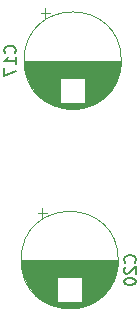
<source format=gbo>
G04 #@! TF.GenerationSoftware,KiCad,Pcbnew,8.0.8*
G04 #@! TF.CreationDate,2025-03-31T15:28:11-05:00*
G04 #@! TF.ProjectId,Group_29_Handheld,47726f75-705f-4323-995f-48616e646865,rev?*
G04 #@! TF.SameCoordinates,Original*
G04 #@! TF.FileFunction,Legend,Bot*
G04 #@! TF.FilePolarity,Positive*
%FSLAX46Y46*%
G04 Gerber Fmt 4.6, Leading zero omitted, Abs format (unit mm)*
G04 Created by KiCad (PCBNEW 8.0.8) date 2025-03-31 15:28:11*
%MOMM*%
%LPD*%
G01*
G04 APERTURE LIST*
%ADD10C,0.150000*%
%ADD11C,0.120000*%
G04 APERTURE END LIST*
D10*
X112564080Y-63993991D02*
X112611700Y-63946372D01*
X112611700Y-63946372D02*
X112659319Y-63803515D01*
X112659319Y-63803515D02*
X112659319Y-63708277D01*
X112659319Y-63708277D02*
X112611700Y-63565420D01*
X112611700Y-63565420D02*
X112516461Y-63470182D01*
X112516461Y-63470182D02*
X112421223Y-63422563D01*
X112421223Y-63422563D02*
X112230747Y-63374944D01*
X112230747Y-63374944D02*
X112087890Y-63374944D01*
X112087890Y-63374944D02*
X111897414Y-63422563D01*
X111897414Y-63422563D02*
X111802176Y-63470182D01*
X111802176Y-63470182D02*
X111706938Y-63565420D01*
X111706938Y-63565420D02*
X111659319Y-63708277D01*
X111659319Y-63708277D02*
X111659319Y-63803515D01*
X111659319Y-63803515D02*
X111706938Y-63946372D01*
X111706938Y-63946372D02*
X111754557Y-63993991D01*
X111754557Y-64374944D02*
X111706938Y-64422563D01*
X111706938Y-64422563D02*
X111659319Y-64517801D01*
X111659319Y-64517801D02*
X111659319Y-64755896D01*
X111659319Y-64755896D02*
X111706938Y-64851134D01*
X111706938Y-64851134D02*
X111754557Y-64898753D01*
X111754557Y-64898753D02*
X111849795Y-64946372D01*
X111849795Y-64946372D02*
X111945033Y-64946372D01*
X111945033Y-64946372D02*
X112087890Y-64898753D01*
X112087890Y-64898753D02*
X112659319Y-64327325D01*
X112659319Y-64327325D02*
X112659319Y-64946372D01*
X111659319Y-65565420D02*
X111659319Y-65660658D01*
X111659319Y-65660658D02*
X111706938Y-65755896D01*
X111706938Y-65755896D02*
X111754557Y-65803515D01*
X111754557Y-65803515D02*
X111849795Y-65851134D01*
X111849795Y-65851134D02*
X112040271Y-65898753D01*
X112040271Y-65898753D02*
X112278366Y-65898753D01*
X112278366Y-65898753D02*
X112468842Y-65851134D01*
X112468842Y-65851134D02*
X112564080Y-65803515D01*
X112564080Y-65803515D02*
X112611700Y-65755896D01*
X112611700Y-65755896D02*
X112659319Y-65660658D01*
X112659319Y-65660658D02*
X112659319Y-65565420D01*
X112659319Y-65565420D02*
X112611700Y-65470182D01*
X112611700Y-65470182D02*
X112564080Y-65422563D01*
X112564080Y-65422563D02*
X112468842Y-65374944D01*
X112468842Y-65374944D02*
X112278366Y-65327325D01*
X112278366Y-65327325D02*
X112040271Y-65327325D01*
X112040271Y-65327325D02*
X111849795Y-65374944D01*
X111849795Y-65374944D02*
X111754557Y-65422563D01*
X111754557Y-65422563D02*
X111706938Y-65470182D01*
X111706938Y-65470182D02*
X111659319Y-65565420D01*
X102424580Y-46253991D02*
X102472200Y-46206372D01*
X102472200Y-46206372D02*
X102519819Y-46063515D01*
X102519819Y-46063515D02*
X102519819Y-45968277D01*
X102519819Y-45968277D02*
X102472200Y-45825420D01*
X102472200Y-45825420D02*
X102376961Y-45730182D01*
X102376961Y-45730182D02*
X102281723Y-45682563D01*
X102281723Y-45682563D02*
X102091247Y-45634944D01*
X102091247Y-45634944D02*
X101948390Y-45634944D01*
X101948390Y-45634944D02*
X101757914Y-45682563D01*
X101757914Y-45682563D02*
X101662676Y-45730182D01*
X101662676Y-45730182D02*
X101567438Y-45825420D01*
X101567438Y-45825420D02*
X101519819Y-45968277D01*
X101519819Y-45968277D02*
X101519819Y-46063515D01*
X101519819Y-46063515D02*
X101567438Y-46206372D01*
X101567438Y-46206372D02*
X101615057Y-46253991D01*
X102519819Y-47206372D02*
X102519819Y-46634944D01*
X102519819Y-46920658D02*
X101519819Y-46920658D01*
X101519819Y-46920658D02*
X101662676Y-46825420D01*
X101662676Y-46825420D02*
X101757914Y-46730182D01*
X101757914Y-46730182D02*
X101805533Y-46634944D01*
X101519819Y-47539706D02*
X101519819Y-48206372D01*
X101519819Y-48206372D02*
X102519819Y-47777801D01*
D11*
X104746000Y-60178151D02*
X104746000Y-59378151D01*
X105146000Y-59778151D02*
X104346000Y-59778151D01*
X106021000Y-65268849D02*
X103256000Y-65268849D01*
X106021000Y-65308849D02*
X103271000Y-65308849D01*
X106021000Y-65348849D02*
X103287000Y-65348849D01*
X106021000Y-65388849D02*
X103304000Y-65388849D01*
X106021000Y-65428849D02*
X103321000Y-65428849D01*
X106021000Y-65468849D02*
X103339000Y-65468849D01*
X106021000Y-65508849D02*
X103357000Y-65508849D01*
X106021000Y-65548849D02*
X103375000Y-65548849D01*
X106021000Y-65588849D02*
X103395000Y-65588849D01*
X106021000Y-65628849D02*
X103414000Y-65628849D01*
X106021000Y-65668849D02*
X103434000Y-65668849D01*
X106021000Y-65708849D02*
X103455000Y-65708849D01*
X106021000Y-65748849D02*
X103477000Y-65748849D01*
X106021000Y-65788849D02*
X103499000Y-65788849D01*
X106021000Y-65828849D02*
X103521000Y-65828849D01*
X106021000Y-65868849D02*
X103544000Y-65868849D01*
X106021000Y-65908849D02*
X103568000Y-65908849D01*
X106021000Y-65948849D02*
X103592000Y-65948849D01*
X106021000Y-65988849D02*
X103617000Y-65988849D01*
X106021000Y-66028849D02*
X103643000Y-66028849D01*
X106021000Y-66068849D02*
X103669000Y-66068849D01*
X106021000Y-66108849D02*
X103696000Y-66108849D01*
X106021000Y-66148849D02*
X103723000Y-66148849D01*
X106021000Y-66188849D02*
X103752000Y-66188849D01*
X106021000Y-66228849D02*
X103781000Y-66228849D01*
X106021000Y-66268849D02*
X103811000Y-66268849D01*
X106021000Y-66308849D02*
X103841000Y-66308849D01*
X106021000Y-66348849D02*
X103872000Y-66348849D01*
X106021000Y-66388849D02*
X103905000Y-66388849D01*
X106021000Y-66428849D02*
X103937000Y-66428849D01*
X106021000Y-66468849D02*
X103971000Y-66468849D01*
X106021000Y-66508849D02*
X104006000Y-66508849D01*
X106021000Y-66548849D02*
X104042000Y-66548849D01*
X106021000Y-66588849D02*
X104078000Y-66588849D01*
X106021000Y-66628849D02*
X104116000Y-66628849D01*
X106021000Y-66668849D02*
X104154000Y-66668849D01*
X106021000Y-66708849D02*
X104194000Y-66708849D01*
X106021000Y-66748849D02*
X104235000Y-66748849D01*
X106021000Y-66788849D02*
X104277000Y-66788849D01*
X106021000Y-66828849D02*
X104320000Y-66828849D01*
X106021000Y-66868849D02*
X104364000Y-66868849D01*
X106021000Y-66908849D02*
X104410000Y-66908849D01*
X106021000Y-66948849D02*
X104457000Y-66948849D01*
X106021000Y-66988849D02*
X104505000Y-66988849D01*
X106021000Y-67028849D02*
X104556000Y-67028849D01*
X106021000Y-67068849D02*
X104607000Y-67068849D01*
X106021000Y-67108849D02*
X104661000Y-67108849D01*
X106021000Y-67148849D02*
X104716000Y-67148849D01*
X106021000Y-67188849D02*
X104774000Y-67188849D01*
X106021000Y-67228849D02*
X104833000Y-67228849D01*
X106021000Y-67268849D02*
X104895000Y-67268849D01*
X106021000Y-67308849D02*
X104959000Y-67308849D01*
X107594000Y-67868849D02*
X106528000Y-67868849D01*
X107829000Y-67828849D02*
X106293000Y-67828849D01*
X108009000Y-67788849D02*
X106113000Y-67788849D01*
X108159000Y-67748849D02*
X105963000Y-67748849D01*
X108290000Y-67708849D02*
X105832000Y-67708849D01*
X108407000Y-67668849D02*
X105715000Y-67668849D01*
X108514000Y-67628849D02*
X105608000Y-67628849D01*
X108613000Y-67588849D02*
X105509000Y-67588849D01*
X108706000Y-67548849D02*
X105416000Y-67548849D01*
X108792000Y-67508849D02*
X105330000Y-67508849D01*
X108874000Y-67468849D02*
X105248000Y-67468849D01*
X108951000Y-67428849D02*
X105171000Y-67428849D01*
X109025000Y-67388849D02*
X105097000Y-67388849D01*
X109095000Y-67348849D02*
X105027000Y-67348849D01*
X109163000Y-67308849D02*
X108101000Y-67308849D01*
X109227000Y-67268849D02*
X108101000Y-67268849D01*
X109289000Y-67228849D02*
X108101000Y-67228849D01*
X109348000Y-67188849D02*
X108101000Y-67188849D01*
X109406000Y-67148849D02*
X108101000Y-67148849D01*
X109461000Y-67108849D02*
X108101000Y-67108849D01*
X109515000Y-67068849D02*
X108101000Y-67068849D01*
X109566000Y-67028849D02*
X108101000Y-67028849D01*
X109617000Y-66988849D02*
X108101000Y-66988849D01*
X109665000Y-66948849D02*
X108101000Y-66948849D01*
X109712000Y-66908849D02*
X108101000Y-66908849D01*
X109758000Y-66868849D02*
X108101000Y-66868849D01*
X109802000Y-66828849D02*
X108101000Y-66828849D01*
X109845000Y-66788849D02*
X108101000Y-66788849D01*
X109887000Y-66748849D02*
X108101000Y-66748849D01*
X109928000Y-66708849D02*
X108101000Y-66708849D01*
X109968000Y-66668849D02*
X108101000Y-66668849D01*
X110006000Y-66628849D02*
X108101000Y-66628849D01*
X110044000Y-66588849D02*
X108101000Y-66588849D01*
X110080000Y-66548849D02*
X108101000Y-66548849D01*
X110116000Y-66508849D02*
X108101000Y-66508849D01*
X110151000Y-66468849D02*
X108101000Y-66468849D01*
X110185000Y-66428849D02*
X108101000Y-66428849D01*
X110217000Y-66388849D02*
X108101000Y-66388849D01*
X110250000Y-66348849D02*
X108101000Y-66348849D01*
X110281000Y-66308849D02*
X108101000Y-66308849D01*
X110311000Y-66268849D02*
X108101000Y-66268849D01*
X110341000Y-66228849D02*
X108101000Y-66228849D01*
X110370000Y-66188849D02*
X108101000Y-66188849D01*
X110399000Y-66148849D02*
X108101000Y-66148849D01*
X110426000Y-66108849D02*
X108101000Y-66108849D01*
X110453000Y-66068849D02*
X108101000Y-66068849D01*
X110479000Y-66028849D02*
X108101000Y-66028849D01*
X110505000Y-65988849D02*
X108101000Y-65988849D01*
X110530000Y-65948849D02*
X108101000Y-65948849D01*
X110554000Y-65908849D02*
X108101000Y-65908849D01*
X110578000Y-65868849D02*
X108101000Y-65868849D01*
X110601000Y-65828849D02*
X108101000Y-65828849D01*
X110623000Y-65788849D02*
X108101000Y-65788849D01*
X110645000Y-65748849D02*
X108101000Y-65748849D01*
X110667000Y-65708849D02*
X108101000Y-65708849D01*
X110688000Y-65668849D02*
X108101000Y-65668849D01*
X110708000Y-65628849D02*
X108101000Y-65628849D01*
X110727000Y-65588849D02*
X108101000Y-65588849D01*
X110747000Y-65548849D02*
X108101000Y-65548849D01*
X110765000Y-65508849D02*
X108101000Y-65508849D01*
X110783000Y-65468849D02*
X108101000Y-65468849D01*
X110801000Y-65428849D02*
X108101000Y-65428849D01*
X110818000Y-65388849D02*
X108101000Y-65388849D01*
X110835000Y-65348849D02*
X108101000Y-65348849D01*
X110851000Y-65308849D02*
X108101000Y-65308849D01*
X110866000Y-65268849D02*
X108101000Y-65268849D01*
X110882000Y-65228849D02*
X103240000Y-65228849D01*
X110896000Y-65188849D02*
X103226000Y-65188849D01*
X110911000Y-65148849D02*
X103211000Y-65148849D01*
X110924000Y-65108849D02*
X103198000Y-65108849D01*
X110938000Y-65068849D02*
X103184000Y-65068849D01*
X110950000Y-65028849D02*
X103172000Y-65028849D01*
X110963000Y-64988849D02*
X103159000Y-64988849D01*
X110975000Y-64948849D02*
X103147000Y-64948849D01*
X110986000Y-64908849D02*
X103136000Y-64908849D01*
X110997000Y-64868849D02*
X103125000Y-64868849D01*
X111008000Y-64828849D02*
X103114000Y-64828849D01*
X111018000Y-64788849D02*
X103104000Y-64788849D01*
X111028000Y-64748849D02*
X103094000Y-64748849D01*
X111037000Y-64708849D02*
X103085000Y-64708849D01*
X111046000Y-64668849D02*
X103076000Y-64668849D01*
X111055000Y-64628849D02*
X103067000Y-64628849D01*
X111063000Y-64588849D02*
X103059000Y-64588849D01*
X111071000Y-64548849D02*
X103051000Y-64548849D01*
X111078000Y-64508849D02*
X103044000Y-64508849D01*
X111085000Y-64467849D02*
X103037000Y-64467849D01*
X111091000Y-64427849D02*
X103031000Y-64427849D01*
X111098000Y-64387849D02*
X103024000Y-64387849D01*
X111103000Y-64347849D02*
X103019000Y-64347849D01*
X111109000Y-64307849D02*
X103013000Y-64307849D01*
X111113000Y-64267849D02*
X103009000Y-64267849D01*
X111118000Y-64227849D02*
X103004000Y-64227849D01*
X111122000Y-64187849D02*
X103000000Y-64187849D01*
X111126000Y-64147849D02*
X102996000Y-64147849D01*
X111129000Y-64107849D02*
X102993000Y-64107849D01*
X111132000Y-64067849D02*
X102990000Y-64067849D01*
X111135000Y-64027849D02*
X102987000Y-64027849D01*
X111137000Y-63987849D02*
X102985000Y-63987849D01*
X111138000Y-63947849D02*
X102984000Y-63947849D01*
X111140000Y-63907849D02*
X102982000Y-63907849D01*
X111141000Y-63787849D02*
X102981000Y-63787849D01*
X111141000Y-63827849D02*
X102981000Y-63827849D01*
X111141000Y-63867849D02*
X102981000Y-63867849D01*
X111181000Y-63787849D02*
G75*
G02*
X102941000Y-63787849I-4120000J0D01*
G01*
X102941000Y-63787849D02*
G75*
G02*
X111181000Y-63787849I4120000J0D01*
G01*
X105000000Y-43287151D02*
X105000000Y-42487151D01*
X105400000Y-42887151D02*
X104600000Y-42887151D01*
X106275000Y-48377849D02*
X103510000Y-48377849D01*
X106275000Y-48417849D02*
X103525000Y-48417849D01*
X106275000Y-48457849D02*
X103541000Y-48457849D01*
X106275000Y-48497849D02*
X103558000Y-48497849D01*
X106275000Y-48537849D02*
X103575000Y-48537849D01*
X106275000Y-48577849D02*
X103593000Y-48577849D01*
X106275000Y-48617849D02*
X103611000Y-48617849D01*
X106275000Y-48657849D02*
X103629000Y-48657849D01*
X106275000Y-48697849D02*
X103649000Y-48697849D01*
X106275000Y-48737849D02*
X103668000Y-48737849D01*
X106275000Y-48777849D02*
X103688000Y-48777849D01*
X106275000Y-48817849D02*
X103709000Y-48817849D01*
X106275000Y-48857849D02*
X103731000Y-48857849D01*
X106275000Y-48897849D02*
X103753000Y-48897849D01*
X106275000Y-48937849D02*
X103775000Y-48937849D01*
X106275000Y-48977849D02*
X103798000Y-48977849D01*
X106275000Y-49017849D02*
X103822000Y-49017849D01*
X106275000Y-49057849D02*
X103846000Y-49057849D01*
X106275000Y-49097849D02*
X103871000Y-49097849D01*
X106275000Y-49137849D02*
X103897000Y-49137849D01*
X106275000Y-49177849D02*
X103923000Y-49177849D01*
X106275000Y-49217849D02*
X103950000Y-49217849D01*
X106275000Y-49257849D02*
X103977000Y-49257849D01*
X106275000Y-49297849D02*
X104006000Y-49297849D01*
X106275000Y-49337849D02*
X104035000Y-49337849D01*
X106275000Y-49377849D02*
X104065000Y-49377849D01*
X106275000Y-49417849D02*
X104095000Y-49417849D01*
X106275000Y-49457849D02*
X104126000Y-49457849D01*
X106275000Y-49497849D02*
X104159000Y-49497849D01*
X106275000Y-49537849D02*
X104191000Y-49537849D01*
X106275000Y-49577849D02*
X104225000Y-49577849D01*
X106275000Y-49617849D02*
X104260000Y-49617849D01*
X106275000Y-49657849D02*
X104296000Y-49657849D01*
X106275000Y-49697849D02*
X104332000Y-49697849D01*
X106275000Y-49737849D02*
X104370000Y-49737849D01*
X106275000Y-49777849D02*
X104408000Y-49777849D01*
X106275000Y-49817849D02*
X104448000Y-49817849D01*
X106275000Y-49857849D02*
X104489000Y-49857849D01*
X106275000Y-49897849D02*
X104531000Y-49897849D01*
X106275000Y-49937849D02*
X104574000Y-49937849D01*
X106275000Y-49977849D02*
X104618000Y-49977849D01*
X106275000Y-50017849D02*
X104664000Y-50017849D01*
X106275000Y-50057849D02*
X104711000Y-50057849D01*
X106275000Y-50097849D02*
X104759000Y-50097849D01*
X106275000Y-50137849D02*
X104810000Y-50137849D01*
X106275000Y-50177849D02*
X104861000Y-50177849D01*
X106275000Y-50217849D02*
X104915000Y-50217849D01*
X106275000Y-50257849D02*
X104970000Y-50257849D01*
X106275000Y-50297849D02*
X105028000Y-50297849D01*
X106275000Y-50337849D02*
X105087000Y-50337849D01*
X106275000Y-50377849D02*
X105149000Y-50377849D01*
X106275000Y-50417849D02*
X105213000Y-50417849D01*
X107848000Y-50977849D02*
X106782000Y-50977849D01*
X108083000Y-50937849D02*
X106547000Y-50937849D01*
X108263000Y-50897849D02*
X106367000Y-50897849D01*
X108413000Y-50857849D02*
X106217000Y-50857849D01*
X108544000Y-50817849D02*
X106086000Y-50817849D01*
X108661000Y-50777849D02*
X105969000Y-50777849D01*
X108768000Y-50737849D02*
X105862000Y-50737849D01*
X108867000Y-50697849D02*
X105763000Y-50697849D01*
X108960000Y-50657849D02*
X105670000Y-50657849D01*
X109046000Y-50617849D02*
X105584000Y-50617849D01*
X109128000Y-50577849D02*
X105502000Y-50577849D01*
X109205000Y-50537849D02*
X105425000Y-50537849D01*
X109279000Y-50497849D02*
X105351000Y-50497849D01*
X109349000Y-50457849D02*
X105281000Y-50457849D01*
X109417000Y-50417849D02*
X108355000Y-50417849D01*
X109481000Y-50377849D02*
X108355000Y-50377849D01*
X109543000Y-50337849D02*
X108355000Y-50337849D01*
X109602000Y-50297849D02*
X108355000Y-50297849D01*
X109660000Y-50257849D02*
X108355000Y-50257849D01*
X109715000Y-50217849D02*
X108355000Y-50217849D01*
X109769000Y-50177849D02*
X108355000Y-50177849D01*
X109820000Y-50137849D02*
X108355000Y-50137849D01*
X109871000Y-50097849D02*
X108355000Y-50097849D01*
X109919000Y-50057849D02*
X108355000Y-50057849D01*
X109966000Y-50017849D02*
X108355000Y-50017849D01*
X110012000Y-49977849D02*
X108355000Y-49977849D01*
X110056000Y-49937849D02*
X108355000Y-49937849D01*
X110099000Y-49897849D02*
X108355000Y-49897849D01*
X110141000Y-49857849D02*
X108355000Y-49857849D01*
X110182000Y-49817849D02*
X108355000Y-49817849D01*
X110222000Y-49777849D02*
X108355000Y-49777849D01*
X110260000Y-49737849D02*
X108355000Y-49737849D01*
X110298000Y-49697849D02*
X108355000Y-49697849D01*
X110334000Y-49657849D02*
X108355000Y-49657849D01*
X110370000Y-49617849D02*
X108355000Y-49617849D01*
X110405000Y-49577849D02*
X108355000Y-49577849D01*
X110439000Y-49537849D02*
X108355000Y-49537849D01*
X110471000Y-49497849D02*
X108355000Y-49497849D01*
X110504000Y-49457849D02*
X108355000Y-49457849D01*
X110535000Y-49417849D02*
X108355000Y-49417849D01*
X110565000Y-49377849D02*
X108355000Y-49377849D01*
X110595000Y-49337849D02*
X108355000Y-49337849D01*
X110624000Y-49297849D02*
X108355000Y-49297849D01*
X110653000Y-49257849D02*
X108355000Y-49257849D01*
X110680000Y-49217849D02*
X108355000Y-49217849D01*
X110707000Y-49177849D02*
X108355000Y-49177849D01*
X110733000Y-49137849D02*
X108355000Y-49137849D01*
X110759000Y-49097849D02*
X108355000Y-49097849D01*
X110784000Y-49057849D02*
X108355000Y-49057849D01*
X110808000Y-49017849D02*
X108355000Y-49017849D01*
X110832000Y-48977849D02*
X108355000Y-48977849D01*
X110855000Y-48937849D02*
X108355000Y-48937849D01*
X110877000Y-48897849D02*
X108355000Y-48897849D01*
X110899000Y-48857849D02*
X108355000Y-48857849D01*
X110921000Y-48817849D02*
X108355000Y-48817849D01*
X110942000Y-48777849D02*
X108355000Y-48777849D01*
X110962000Y-48737849D02*
X108355000Y-48737849D01*
X110981000Y-48697849D02*
X108355000Y-48697849D01*
X111001000Y-48657849D02*
X108355000Y-48657849D01*
X111019000Y-48617849D02*
X108355000Y-48617849D01*
X111037000Y-48577849D02*
X108355000Y-48577849D01*
X111055000Y-48537849D02*
X108355000Y-48537849D01*
X111072000Y-48497849D02*
X108355000Y-48497849D01*
X111089000Y-48457849D02*
X108355000Y-48457849D01*
X111105000Y-48417849D02*
X108355000Y-48417849D01*
X111120000Y-48377849D02*
X108355000Y-48377849D01*
X111136000Y-48337849D02*
X103494000Y-48337849D01*
X111150000Y-48297849D02*
X103480000Y-48297849D01*
X111165000Y-48257849D02*
X103465000Y-48257849D01*
X111178000Y-48217849D02*
X103452000Y-48217849D01*
X111192000Y-48177849D02*
X103438000Y-48177849D01*
X111204000Y-48137849D02*
X103426000Y-48137849D01*
X111217000Y-48097849D02*
X103413000Y-48097849D01*
X111229000Y-48057849D02*
X103401000Y-48057849D01*
X111240000Y-48017849D02*
X103390000Y-48017849D01*
X111251000Y-47977849D02*
X103379000Y-47977849D01*
X111262000Y-47937849D02*
X103368000Y-47937849D01*
X111272000Y-47897849D02*
X103358000Y-47897849D01*
X111282000Y-47857849D02*
X103348000Y-47857849D01*
X111291000Y-47817849D02*
X103339000Y-47817849D01*
X111300000Y-47777849D02*
X103330000Y-47777849D01*
X111309000Y-47737849D02*
X103321000Y-47737849D01*
X111317000Y-47697849D02*
X103313000Y-47697849D01*
X111325000Y-47657849D02*
X103305000Y-47657849D01*
X111332000Y-47617849D02*
X103298000Y-47617849D01*
X111339000Y-47576849D02*
X103291000Y-47576849D01*
X111345000Y-47536849D02*
X103285000Y-47536849D01*
X111352000Y-47496849D02*
X103278000Y-47496849D01*
X111357000Y-47456849D02*
X103273000Y-47456849D01*
X111363000Y-47416849D02*
X103267000Y-47416849D01*
X111367000Y-47376849D02*
X103263000Y-47376849D01*
X111372000Y-47336849D02*
X103258000Y-47336849D01*
X111376000Y-47296849D02*
X103254000Y-47296849D01*
X111380000Y-47256849D02*
X103250000Y-47256849D01*
X111383000Y-47216849D02*
X103247000Y-47216849D01*
X111386000Y-47176849D02*
X103244000Y-47176849D01*
X111389000Y-47136849D02*
X103241000Y-47136849D01*
X111391000Y-47096849D02*
X103239000Y-47096849D01*
X111392000Y-47056849D02*
X103238000Y-47056849D01*
X111394000Y-47016849D02*
X103236000Y-47016849D01*
X111395000Y-46896849D02*
X103235000Y-46896849D01*
X111395000Y-46936849D02*
X103235000Y-46936849D01*
X111395000Y-46976849D02*
X103235000Y-46976849D01*
X111435000Y-46896849D02*
G75*
G02*
X103195000Y-46896849I-4120000J0D01*
G01*
X103195000Y-46896849D02*
G75*
G02*
X111435000Y-46896849I4120000J0D01*
G01*
M02*

</source>
